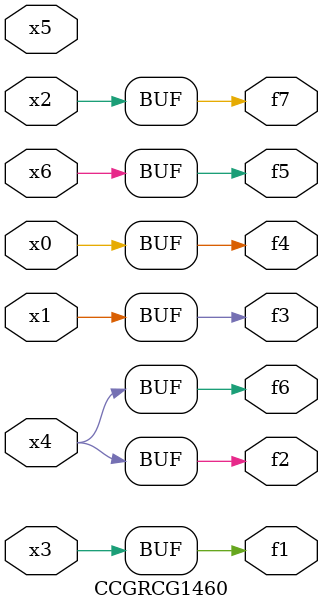
<source format=v>
module CCGRCG1460(
	input x0, x1, x2, x3, x4, x5, x6,
	output f1, f2, f3, f4, f5, f6, f7
);
	assign f1 = x3;
	assign f2 = x4;
	assign f3 = x1;
	assign f4 = x0;
	assign f5 = x6;
	assign f6 = x4;
	assign f7 = x2;
endmodule

</source>
